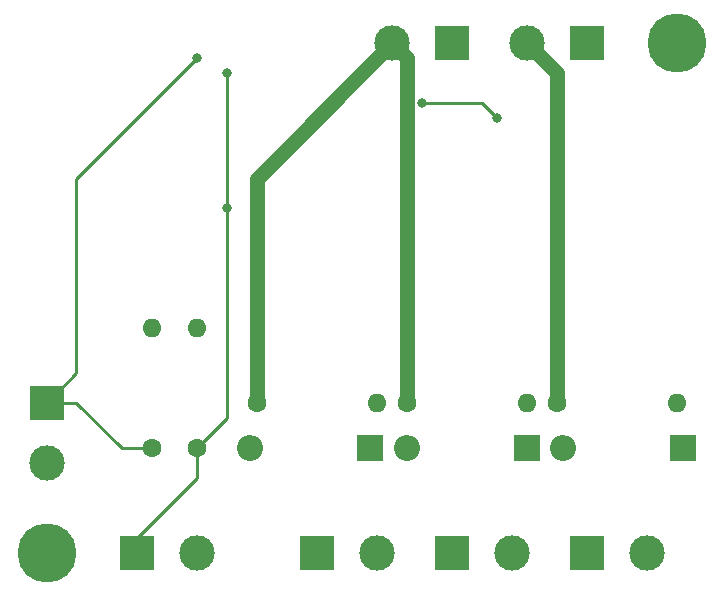
<source format=gbr>
%TF.GenerationSoftware,KiCad,Pcbnew,(5.1.10)-1*%
%TF.CreationDate,2022-01-12T13:36:27-08:00*%
%TF.ProjectId,killswitch,6b696c6c-7377-4697-9463-682e6b696361,rev?*%
%TF.SameCoordinates,Original*%
%TF.FileFunction,Copper,L2,Bot*%
%TF.FilePolarity,Positive*%
%FSLAX46Y46*%
G04 Gerber Fmt 4.6, Leading zero omitted, Abs format (unit mm)*
G04 Created by KiCad (PCBNEW (5.1.10)-1) date 2022-01-12 13:36:27*
%MOMM*%
%LPD*%
G01*
G04 APERTURE LIST*
%TA.AperFunction,ComponentPad*%
%ADD10O,2.200000X2.200000*%
%TD*%
%TA.AperFunction,ComponentPad*%
%ADD11R,2.200000X2.200000*%
%TD*%
%TA.AperFunction,ComponentPad*%
%ADD12R,3.000000X3.000000*%
%TD*%
%TA.AperFunction,ComponentPad*%
%ADD13C,3.000000*%
%TD*%
%TA.AperFunction,ComponentPad*%
%ADD14C,1.600000*%
%TD*%
%TA.AperFunction,ComponentPad*%
%ADD15O,1.600000X1.600000*%
%TD*%
%TA.AperFunction,ViaPad*%
%ADD16C,5.000000*%
%TD*%
%TA.AperFunction,ViaPad*%
%ADD17C,0.800000*%
%TD*%
%TA.AperFunction,Conductor*%
%ADD18C,0.250000*%
%TD*%
%TA.AperFunction,Conductor*%
%ADD19C,1.270000*%
%TD*%
G04 APERTURE END LIST*
D10*
%TO.P,D1,2*%
%TO.N,toRelay1*%
X154340000Y-95250000D03*
D11*
%TO.P,D1,1*%
%TO.N,outRelay1*%
X164500000Y-95250000D03*
%TD*%
D10*
%TO.P,D2,2*%
%TO.N,toRelay2*%
X167640000Y-95250000D03*
D11*
%TO.P,D2,1*%
%TO.N,outRelay2*%
X177800000Y-95250000D03*
%TD*%
%TO.P,D3,1*%
%TO.N,outRelay3*%
X191000000Y-95250000D03*
D10*
%TO.P,D3,2*%
%TO.N,toRelay3*%
X180840000Y-95250000D03*
%TD*%
D12*
%TO.P,J1,1*%
%TO.N,toRelay1*%
X160020000Y-104140000D03*
D13*
%TO.P,J1,2*%
%TO.N,outRelay1*%
X165100000Y-104140000D03*
%TD*%
%TO.P,J2,1*%
%TO.N,+48V*%
X166395400Y-60960000D03*
D12*
%TO.P,J2,2*%
%TO.N,GND*%
X171475400Y-60960000D03*
%TD*%
D13*
%TO.P,J4,2*%
%TO.N,outRelay2*%
X176530000Y-104140000D03*
D12*
%TO.P,J4,1*%
%TO.N,toRelay2*%
X171450000Y-104140000D03*
%TD*%
%TO.P,J5,1*%
%TO.N,toRelay3*%
X182880000Y-104140000D03*
D13*
%TO.P,J5,2*%
%TO.N,outRelay3*%
X187960000Y-104140000D03*
%TD*%
%TO.P,SoftStop,1*%
%TO.N,3V*%
X137160000Y-96494600D03*
D12*
%TO.P,SoftStop,2*%
%TO.N,SS*%
X137160000Y-91414600D03*
%TD*%
%TO.P,HardStop,2*%
%TO.N,HS*%
X144780000Y-104140000D03*
D13*
%TO.P,HardStop,1*%
%TO.N,3V*%
X149860000Y-104140000D03*
%TD*%
D14*
%TO.P,R1,1*%
%TO.N,HS*%
X149860000Y-95250000D03*
D15*
%TO.P,R1,2*%
%TO.N,GND*%
X149860000Y-85090000D03*
%TD*%
D14*
%TO.P,R2,1*%
%TO.N,SS*%
X146050000Y-95250000D03*
D15*
%TO.P,R2,2*%
%TO.N,GND*%
X146050000Y-85090000D03*
%TD*%
%TO.P,R3,2*%
%TO.N,outRelay1*%
X165100000Y-91440000D03*
D14*
%TO.P,R3,1*%
%TO.N,+48V*%
X154940000Y-91440000D03*
%TD*%
%TO.P,R4,1*%
%TO.N,+48V*%
X167640000Y-91440000D03*
D15*
%TO.P,R4,2*%
%TO.N,outRelay2*%
X177800000Y-91440000D03*
%TD*%
%TO.P,R5,2*%
%TO.N,outRelay3*%
X190500000Y-91440000D03*
D14*
%TO.P,R5,1*%
%TO.N,48V_electronics*%
X180340000Y-91440000D03*
%TD*%
D13*
%TO.P,J3,1*%
%TO.N,48V_electronics*%
X177825400Y-60960000D03*
D12*
%TO.P,J3,2*%
%TO.N,GND*%
X182905400Y-60960000D03*
%TD*%
D16*
%TO.N,*%
X190500000Y-60960000D03*
X137160000Y-104140000D03*
D17*
%TO.N,HS*%
X152400000Y-63500000D03*
X152400000Y-74930000D03*
%TO.N,SS*%
X149860000Y-62230000D03*
%TO.N,ORout*%
X168910000Y-66040000D03*
X175260000Y-67310000D03*
%TD*%
D18*
%TO.N,HS*%
X144754600Y-104368600D02*
X144754600Y-102895400D01*
X149860000Y-97790000D02*
X149860000Y-95250000D01*
X144754600Y-102895400D02*
X149860000Y-97790000D01*
X149860000Y-95250000D02*
X152400000Y-92710000D01*
X152400000Y-92710000D02*
X152400000Y-63500000D01*
D19*
%TO.N,+48V*%
X167640000Y-62204600D02*
X166395400Y-60960000D01*
X167640000Y-91440000D02*
X167640000Y-62204600D01*
X154940000Y-72415400D02*
X166395400Y-60960000D01*
X154940000Y-91440000D02*
X154940000Y-72415400D01*
%TO.N,48V_electronics*%
X177825400Y-60960000D02*
X180340000Y-63474600D01*
X180340000Y-63474600D02*
X180340000Y-91440000D01*
D18*
%TO.N,SS*%
X137160000Y-91414600D02*
X139674600Y-91414600D01*
X143510000Y-95250000D02*
X146050000Y-95250000D01*
X139674600Y-91414600D02*
X143510000Y-95250000D01*
X139674600Y-72415400D02*
X149860000Y-62230000D01*
X139674600Y-88900000D02*
X137160000Y-91414600D01*
X139674600Y-72415400D02*
X139674600Y-88900000D01*
%TO.N,ORout*%
X168910000Y-66040000D02*
X173990000Y-66040000D01*
X173990000Y-66040000D02*
X175260000Y-67310000D01*
%TD*%
M02*

</source>
